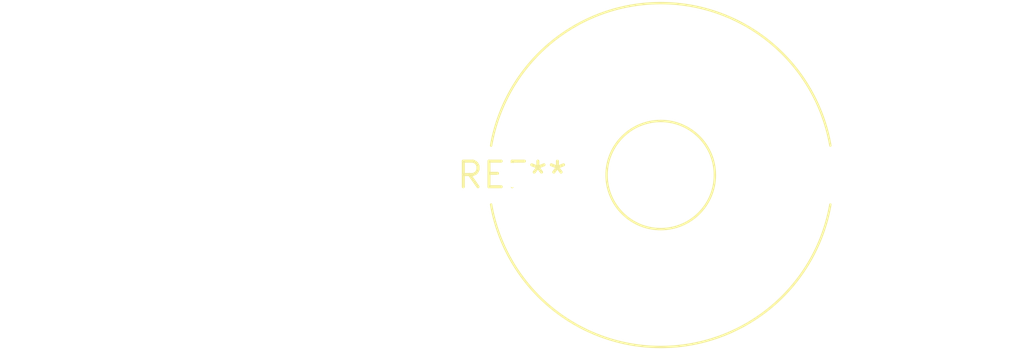
<source format=kicad_pcb>
(kicad_pcb (version 20240108) (generator pcbnew)
  (layers (0 "F.Cu" signal) (31 "B.Cu" signal) (34 "B.Paste" user) (35 "F.Paste" user) (36 "B.SilkS" user "B.Silkscreen") (37 "F.SilkS" user "F.Silkscreen") (38 "B.Mask" user) (39 "F.Mask" user) (44 "Edge.Cuts" user))
  (net 0 "")
  (footprint "L_Toroid_Horizontal_D16.8mm_P14.70mm_Vishay_TJ3" (layer "F.Cu") (at 0 0)
    (property "Reference" "REF**")
    (property "Value" "L_Toroid_Horizontal_D16.8mm_P14.70mm_Vishay_TJ3")
    (fp_arc (start -1.043974 -1.46) (mid 7.35 -8.52) (end 15.743974 -1.46) (layer "F.SilkS") (stroke (width 0.12)))
    (fp_arc (start 15.743974 1.46) (mid 7.35 8.52) (end -1.043974 1.46) (layer "F.SilkS") (stroke (width 0.12)))
    (fp_circle (center 7.35 0) (end 10.03 0) (layer "F.SilkS") (stroke (width 0.12)) (fill none))
    (pad "1" thru_hole circle (at 0 0) (size 2.4 2.4) (drill 1.2) (layers *.Cu *.Mask) (remove_unused_layers))
    (pad "2" thru_hole circle (at 14.7 0) (size 2.4 2.4) (drill 1.2) (layers *.Cu *.Mask) (remove_unused_layers))
  )
)
</source>
